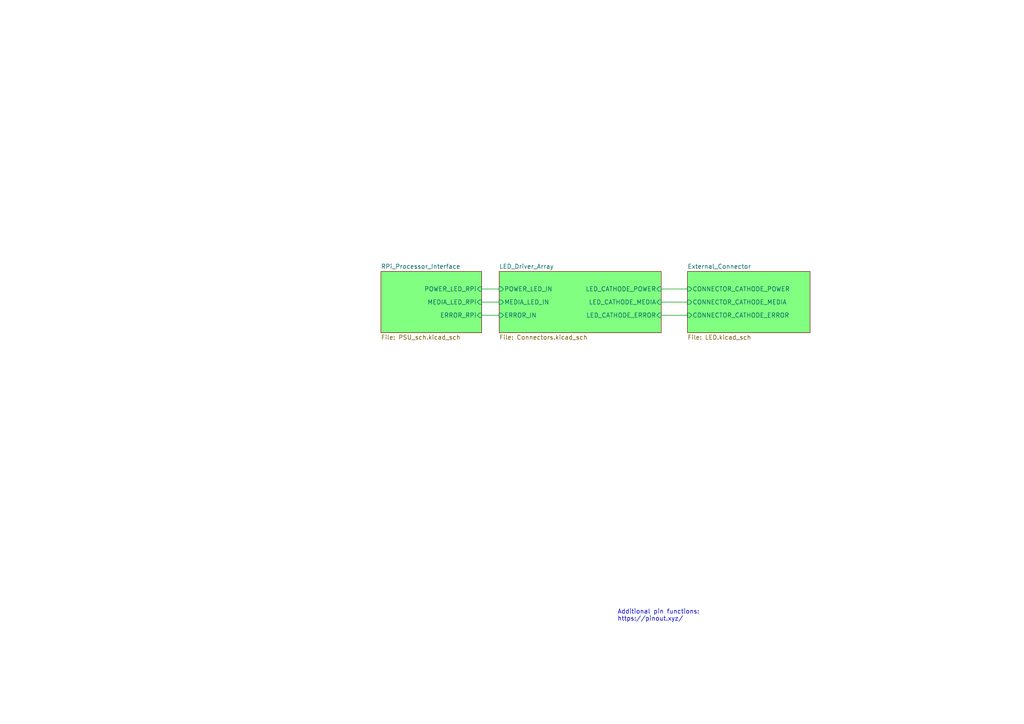
<source format=kicad_sch>
(kicad_sch
	(version 20250114)
	(generator "eeschema")
	(generator_version "9.0")
	(uuid "e63e39d7-6ac0-4ffd-8aa3-1841a4541b55")
	(paper "A4")
	(title_block
		(date "15 nov 2012")
	)
	(lib_symbols)
	(text "Additional pin functions:\nhttps://pinout.xyz/"
		(exclude_from_sim no)
		(at 179.07 180.34 0)
		(effects
			(font
				(size 1.27 1.27)
			)
			(justify left bottom)
		)
		(uuid "36e2c557-2c2a-4fba-9b6f-1167ab8ec281")
	)
	(wire
		(pts
			(xy 139.7 83.82) (xy 144.78 83.82)
		)
		(stroke
			(width 0)
			(type default)
		)
		(uuid "1b3062de-dfe7-4251-b116-1aecae6fffcd")
	)
	(wire
		(pts
			(xy 139.7 91.44) (xy 144.78 91.44)
		)
		(stroke
			(width 0)
			(type default)
		)
		(uuid "36fef3bb-c81d-42fa-ba2b-03ca54e64935")
	)
	(wire
		(pts
			(xy 191.77 87.63) (xy 199.39 87.63)
		)
		(stroke
			(width 0)
			(type default)
		)
		(uuid "5b6572d5-c4b5-4e12-9544-625a82f970fc")
	)
	(wire
		(pts
			(xy 139.7 87.63) (xy 144.78 87.63)
		)
		(stroke
			(width 0)
			(type default)
		)
		(uuid "610057fb-31b6-456d-be84-a1c37691e49c")
	)
	(wire
		(pts
			(xy 191.77 91.44) (xy 199.39 91.44)
		)
		(stroke
			(width 0)
			(type default)
		)
		(uuid "d54e9e42-2e02-41f1-bf58-d3182d4abbff")
	)
	(wire
		(pts
			(xy 191.77 83.82) (xy 199.39 83.82)
		)
		(stroke
			(width 0)
			(type default)
		)
		(uuid "ef08553a-e91b-48a3-a41a-7b0f6fffe294")
	)
	(sheet
		(at 110.49 78.74)
		(size 29.21 17.78)
		(exclude_from_sim no)
		(in_bom yes)
		(on_board yes)
		(dnp no)
		(fields_autoplaced yes)
		(stroke
			(width 0.1524)
			(type solid)
			(color 128 0 0 1)
		)
		(fill
			(color 128 255 128 1.0000)
		)
		(uuid "3b559bbf-d5c4-4e4e-8024-c1cb8f8bc431")
		(property "Sheetname" "RPi_Processor_Interface"
			(at 110.49 78.0284 0)
			(effects
				(font
					(size 1.27 1.27)
				)
				(justify left bottom)
			)
		)
		(property "Sheetfile" "PSU_sch.kicad_sch"
			(at 110.49 97.1046 0)
			(effects
				(font
					(size 1.27 1.27)
				)
				(justify left top)
			)
		)
		(pin "ERROR_RPi" input
			(at 139.7 91.44 0)
			(uuid "07114bd9-74b0-4cae-b728-d92e79e84c4d")
			(effects
				(font
					(size 1.27 1.27)
				)
				(justify right)
			)
		)
		(pin "MEDIA_LED_RPi" input
			(at 139.7 87.63 0)
			(uuid "65558813-f877-48e5-83e9-47cdd0c88e2e")
			(effects
				(font
					(size 1.27 1.27)
				)
				(justify right)
			)
		)
		(pin "POWER_LED_RPi" input
			(at 139.7 83.82 0)
			(uuid "18635c2f-cb4a-4485-bc16-66a88d624494")
			(effects
				(font
					(size 1.27 1.27)
				)
				(justify right)
			)
		)
		(instances
			(project "S-PCBASSY-001-01"
				(path "/e63e39d7-6ac0-4ffd-8aa3-1841a4541b55"
					(page "2")
				)
			)
		)
	)
	(sheet
		(at 144.78 78.74)
		(size 46.99 17.78)
		(exclude_from_sim no)
		(in_bom yes)
		(on_board yes)
		(dnp no)
		(fields_autoplaced yes)
		(stroke
			(width 0.1524)
			(type solid)
		)
		(fill
			(color 128 255 128 1.0000)
		)
		(uuid "5c0ab3ce-2ad8-4605-8767-8f5ac0bb76ea")
		(property "Sheetname" "LED_Driver_Array"
			(at 144.78 78.0284 0)
			(effects
				(font
					(size 1.27 1.27)
				)
				(justify left bottom)
			)
		)
		(property "Sheetfile" "Connectors.kicad_sch"
			(at 144.78 97.1046 0)
			(effects
				(font
					(size 1.27 1.27)
				)
				(justify left top)
			)
		)
		(pin "LED_CATHODE_MEDIA" input
			(at 191.77 87.63 0)
			(uuid "a024b17d-6461-49a4-ab36-cff3aa4d2b1d")
			(effects
				(font
					(size 1.27 1.27)
				)
				(justify right)
			)
		)
		(pin "MEDIA_LED_IN" input
			(at 144.78 87.63 180)
			(uuid "a614b2c2-2dc9-4e00-a828-a61eb660426c")
			(effects
				(font
					(size 1.27 1.27)
				)
				(justify left)
			)
		)
		(pin "ERROR_IN" input
			(at 144.78 91.44 180)
			(uuid "cf029fcf-6dc2-4205-8d86-33a7883fdd9e")
			(effects
				(font
					(size 1.27 1.27)
				)
				(justify left)
			)
		)
		(pin "LED_CATHODE_POWER" input
			(at 191.77 83.82 0)
			(uuid "8ae55823-3a6e-45d7-9116-141b14d745e7")
			(effects
				(font
					(size 1.27 1.27)
				)
				(justify right)
			)
		)
		(pin "LED_CATHODE_ERROR" input
			(at 191.77 91.44 0)
			(uuid "0b593de0-cde4-458a-840b-a5fd14326d36")
			(effects
				(font
					(size 1.27 1.27)
				)
				(justify right)
			)
		)
		(pin "POWER_LED_IN" input
			(at 144.78 83.82 180)
			(uuid "62463ecb-213b-4802-b8d0-7b7c93cac68d")
			(effects
				(font
					(size 1.27 1.27)
				)
				(justify left)
			)
		)
		(instances
			(project "S-PCBASSY-001-01"
				(path "/e63e39d7-6ac0-4ffd-8aa3-1841a4541b55"
					(page "3")
				)
			)
		)
	)
	(sheet
		(at 199.39 78.74)
		(size 35.56 17.78)
		(exclude_from_sim no)
		(in_bom yes)
		(on_board yes)
		(dnp no)
		(fields_autoplaced yes)
		(stroke
			(width 0.1524)
			(type solid)
		)
		(fill
			(color 128 255 128 1.0000)
		)
		(uuid "dd804605-115d-4be8-9c67-9010d8abb097")
		(property "Sheetname" "External_Connector"
			(at 199.39 78.0284 0)
			(effects
				(font
					(size 1.27 1.27)
				)
				(justify left bottom)
			)
		)
		(property "Sheetfile" "LED.kicad_sch"
			(at 199.39 97.1046 0)
			(effects
				(font
					(size 1.27 1.27)
				)
				(justify left top)
			)
		)
		(pin "CONNECTOR_CATHODE_POWER" input
			(at 199.39 83.82 180)
			(uuid "7731e281-16f8-4bb1-bca2-8def72f220ef")
			(effects
				(font
					(size 1.27 1.27)
				)
				(justify left)
			)
		)
		(pin "CONNECTOR_CATHODE_MEDIA" input
			(at 199.39 87.63 180)
			(uuid "4899bd7d-87c1-46be-992d-022742ba9722")
			(effects
				(font
					(size 1.27 1.27)
				)
				(justify left)
			)
		)
		(pin "CONNECTOR_CATHODE_ERROR" input
			(at 199.39 91.44 180)
			(uuid "6a0a17c4-7db4-4076-aa44-70c5c0b83ae5")
			(effects
				(font
					(size 1.27 1.27)
				)
				(justify left)
			)
		)
		(instances
			(project "S-PCBASSY-001-01"
				(path "/e63e39d7-6ac0-4ffd-8aa3-1841a4541b55"
					(page "4")
				)
			)
		)
	)
	(sheet_instances
		(path "/"
			(page "1")
		)
	)
	(embedded_fonts no)
)

</source>
